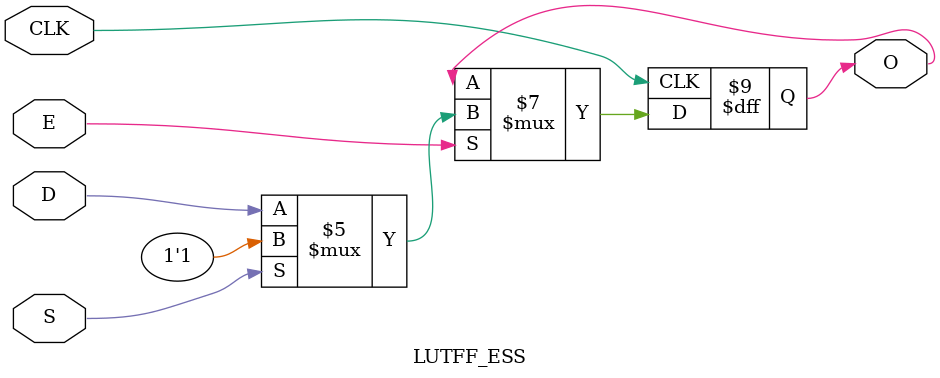
<source format=v>

/*module LUT #(
	parameter K = 4,
	parameter [2**K-1:0] INIT = 0
) (
	input [K-1:0] I,
	output Q
);
	wire [K-1:0] I_pd;

	genvar ii;
	generate
		for (ii = 0; ii < K; ii = ii + 1'b1)
			assign I_pd[ii] = (I[ii] === 1'bz) ? 1'b0 : I[ii];
	endgenerate

	assign Q = INIT[I_pd];
endmodule*/

module LUT1(output O, input I0);
  parameter [1:0] INIT = 0;
  assign O = I0 ? INIT[1] : INIT[0];
endmodule

module LUT2(output O, input I0, I1);
  parameter [3:0] INIT = 0;
  wire [ 1: 0] s1 = I1 ? INIT[ 3: 2] : INIT[ 1: 0];
  assign O = I0 ? s1[1] : s1[0];
endmodule

module LUT3(output O, input I0, I1, I2);
  parameter [7:0] INIT = 0;
  wire [ 3: 0] s2 = I2 ? INIT[ 7: 4] : INIT[ 3: 0];
  wire [ 1: 0] s1 = I1 ?   s2[ 3: 2] :   s2[ 1: 0];
  assign O = I0 ? s1[1] : s1[0];
endmodule

module LUT4(output O, input I0, I1, I2, I3);
  parameter [15:0] INIT = 0;
  wire [ 7: 0] s3 = I3 ? INIT[15: 8] : INIT[ 7: 0];
  wire [ 3: 0] s2 = I2 ?   s3[ 7: 4] :   s3[ 3: 0];
  wire [ 1: 0] s1 = I1 ?   s2[ 3: 2] :   s2[ 1: 0];
  assign O = I0 ? s1[1] : s1[0];
endmodule

module LUTFF(input CLK, D, output reg O);
initial O = 1'b0;
always @ (posedge CLK) begin
	O <= D;
end
endmodule

module FABULOUS_LC #(
	parameter K = 4,
	parameter [2**K-1:0] INIT = 0,
	parameter DFF_ENABLE = 1'b0,
	parameter IOmux = 1'b0,
	parameter SET_NORESET = 1'b0
) (
	input CLK,
	input I0,
	input I1,
	input I2,
	input I3,
	input SR,
	input EN,
	output O,
	output Q,
	input Ci,
	output Co
);
	wire f_wire;
	wire I0_mux;

	assign I0_mux = IOmux ? Ci : I0;

	//LUT #(.K(K), .INIT(INIT)) lut_i(.I(I), .Q(f_wire));
        generate
        if (K == 1) begin
          LUT1 #(.INIT(INIT)) lut1 (.O(f_wire), .I0(I0_mux));
        end else
        if (K == 2) begin
          LUT2 #(.INIT(INIT)) lut2 (.O(f_wire), .I0(I0_mux), .I1(I1));
        end else
        if (K == 3) begin
          LUT3 #(.INIT(INIT)) lut3 (.O(f_wire), .I0(I0_mux), .I1(I2), .I2(I2));
        end else
        if (K == 4) begin
          LUT4 #(.INIT(INIT)) lut4 (.O(f_wire), .I0(I0_mux), .I1(I1), .I2(I2), .I3(I3));
        end
        endgenerate


	assign Co = (Ci & A[1]) | (Ci & A[2]) | (A[1] & A[2]);

	if (SET_NORESET) begin
		LUTFF_ESS dffs_i(.CLK(CLK), .E(EN), .S(SR), .D(f_wire), .O(Q));
	end else begin
		LUTFF_ESR dffr_i(.CLK(CLK), .E(EN), .R(SR), .D(f_wire), .O(Q));
	end

	assign O = f_wire;
endmodule

(* blackbox *)
module Global_Clock (output CLK);
	//initial CLK = 0;
	//always #10 CLK = ~CLK;
endmodule

(* blackbox *)
module InPass4_frame_config (output O0, O1, O2, O3);

endmodule


(* blackbox *)
module OutPass4_frame_config (input I0, I1, I2, I3);

endmodule

(* blackbox *)
module IO_1_bidirectional_frame_config_pass (input T, I, output Q, O);
endmodule


module MULADD (A7, A6, A5, A4, A3, A2, A1, A0, B7, B6, B5, B4, B3, B2, B1, B0, C19, C18, C17, C16, C15, C14, C13, C12, C11, C10, C9, C8, C7, C6, C5, C4, C3, C2, C1, C0, Q19, Q18, Q17, Q16, Q15, Q14, Q13, Q12, Q11, Q10, Q9, Q8, Q7, Q6, Q5, Q4, Q3, Q2, Q1, Q0, clr, CLK);
	parameter ConfigBits = 6'b000000;
	//parameter NoConfigBits = 6;// has to be adjusted manually (we don't use an arithmetic parser for the value)
	// IMPORTANT: this has to be in a dedicated line
	input A7;// operand A
	input A6;
	input A5;
	input A4;
	input A3;
	input A2;
	input A1;
	input A0;
	input B7;// operand B
	input B6;
	input B5;
	input B4;
	input B3;
	input B2;
	input B1;
	input B0;
	input C19;// operand C
	input C18;
	input C17;
	input C16;
	input C15;
	input C14;
	input C13;
	input C12;
	input C11;
	input C10;
	input C9;
	input C8;
	input C7;
	input C6;
	input C5;
	input C4;
	input C3;
	input C2;
	input C1;
	input C0;
	output Q19;// result
	output Q18;
	output Q17;
	output Q16;
	output Q15;
	output Q14;
	output Q13;
	output Q12;
	output Q11;
	output Q10;
	output Q9;
	output Q8;
	output Q7;
	output Q6;
	output Q5;
	output Q4;
	output Q3;
	output Q2;
	output Q1;
	output Q0;

	input clr;
	input CLK; // EXTERNAL // SHARED_PORT // ## the EXTERNAL keyword will send this sisgnal all the way to top and the //SHARED Allows multiple BELs using the same port (e.g. for exporting a clock to the top)
	// GLOBAL all primitive pins that are connected to the switch matrix have to go before the GLOBAL label


	wire [7:0] A;		// port A read data
	wire [7:0] B;		// port B read data
	wire [19:0] C;		// port B read data
	reg [7:0] A_reg;		// port A read data register
	reg [7:0] B_reg;		// port B read data register
	reg [19:0] C_reg;		// port B read data register
	wire [7:0] OPA;		// port A
	wire [7:0] OPB;		// port B
	wire [19:0] OPC;		// port B
	reg [19:0] ACC ;		// accumulator register
	wire [19:0] sum;// port B read data register
	wire [19:0] sum_in;// port B read data register
	wire [15:0] product;
	wire [19:0] product_extended;

	assign A = {A7,A6,A5,A4,A3,A2,A1,A0};
	assign B = {B7,B6,B5,B4,B3,B2,B1,B0};
	assign C = {C19,C18,C17,C16,C15,C14,C13,C12,C11,C10,C9,C8,C7,C6,C5,C4,C3,C2,C1,C0};

	assign OPA = ConfigBits[0] ? A_reg : A;
	assign OPB = ConfigBits[1] ? B_reg : B;
	assign OPC = ConfigBits[2] ? C_reg : C;

	assign sum_in = ConfigBits[3] ? ACC : OPC;// we can

	assign product = OPA * OPB;

// The sign extension was not tested
	assign product_extended = ConfigBits[4] ? {product[15],product[15],product[15],product[15],product} : {4'b0000,product};

	assign sum = product_extended + sum_in;

	assign Q19	= ConfigBits[5] ? ACC[19] : sum[19];
	assign Q18	= ConfigBits[5] ? ACC[18] : sum[18];
	assign Q17	= ConfigBits[5] ? ACC[17] : sum[17];
	assign Q16	= ConfigBits[5] ? ACC[16] : sum[16];
	assign Q15	= ConfigBits[5] ? ACC[15] : sum[15];
	assign Q14	= ConfigBits[5] ? ACC[14] : sum[14];
	assign Q13	= ConfigBits[5] ? ACC[13] : sum[13];
	assign Q12	= ConfigBits[5] ? ACC[12] : sum[12];
	assign Q11	= ConfigBits[5] ? ACC[11] : sum[11];
	assign Q10	= ConfigBits[5] ? ACC[10] : sum[10];
	assign Q9	= ConfigBits[5] ? ACC[9] : sum[9];
	assign Q8	= ConfigBits[5] ? ACC[8] : sum[8];
	assign Q7	= ConfigBits[5] ? ACC[7] : sum[7];
	assign Q6	= ConfigBits[5] ? ACC[6] : sum[6];
	assign Q5	= ConfigBits[5] ? ACC[5] : sum[5];
	assign Q4	= ConfigBits[5] ? ACC[4] : sum[4];
	assign Q3	= ConfigBits[5] ? ACC[3] : sum[3];
	assign Q2	= ConfigBits[5] ? ACC[2] : sum[2];
	assign Q1	= ConfigBits[5] ? ACC[1] : sum[1];
	assign Q0	= ConfigBits[5] ? ACC[0] : sum[0];

	always @ (posedge CLK)
	begin
		A_reg <= A;
		B_reg <= B;
		C_reg <= C;
		if (clr == 1'b1) begin
			ACC <= 20'b00000000000000000000;
		end else begin
			ACC <= sum;
		end
	end

endmodule

module RegFile_32x4 (D0, D1, D2, D3, W_ADR0, W_ADR1, W_ADR2, W_ADR3, W_ADR4, W_en, AD0, AD1, AD2, AD3, A_ADR0, A_ADR1, A_ADR2, A_ADR3, A_ADR4, BD0, BD1, BD2, BD3, B_ADR0, B_ADR1, B_ADR2, B_ADR3, B_ADR4, CLK);
	//parameter NoConfigBits = 2;// has to be adjusted manually (we don't use an arithmetic parser for the value)
	parameter ConfigBits = 2'b00;
	// IMPORTANT: this has to be in a dedicated line
	input D0; // Register File write port
	input D1;
	input D2;
	input D3;
	input W_ADR0;
	input W_ADR1;
	input W_ADR2;
	input W_ADR3;
	input W_ADR4;
	input W_en;

	output AD0;// Register File read port A
	output AD1;
	output AD2;
	output AD3;
	input A_ADR0;
	input A_ADR1;
	input A_ADR2;
	input A_ADR3;
	input A_ADR4;

	output BD0;//Register File read port B
	output BD1;
	output BD2;
	output BD3;
	input B_ADR0;
	input B_ADR1;
	input B_ADR2;
	input B_ADR3;
	input B_ADR4;

	input CLK;// EXTERNAL // SHARED_PORT // ## the EXTERNAL keyword will send this sisgnal all the way to top and the //SHARED Allows multiple BELs using the same port (e.g. for exporting a clock to the top)

	// GLOBAL all primitive pins that are connected to the switch matrix have to go before the GLOBAL label


	//type memtype is array (31 downto 0) of std_logic_vector(3 downto 0); // 32 entries of 4 bit
	//signal mem : memtype := (others => (others => '0'));
	reg [3:0] mem [31:0];

	wire [4:0] W_ADR;// write address
	wire [4:0] A_ADR;// port A read address
	wire [4:0] B_ADR;// port B read address

	wire [3:0] D;		// write data
	wire [3:0] AD;		// port A read data
	wire [3:0] BD;		// port B read data

	reg [3:0] AD_reg;		// port A read data register
	reg [3:0] BD_reg;		// port B read data register

	integer i;

	assign W_ADR = {W_ADR4,W_ADR3,W_ADR2,W_ADR1,W_ADR0};
	assign A_ADR = {A_ADR4,A_ADR3,A_ADR2,A_ADR1,A_ADR0};
	assign B_ADR = {B_ADR4,B_ADR3,B_ADR2,B_ADR1,B_ADR0};

	assign D = {D3,D2,D1,D0};

	initial begin
		for (i=0; i<32; i=i+1) begin
			mem[i] = 4'b0000;
		end
	end

	always @ (posedge CLK) begin : P_write
		if (W_en == 1'b1) begin
			mem[W_ADR] <= D ;
		end
	end

	assign AD = mem[A_ADR];
	assign BD = mem[B_ADR];

	always @ (posedge UserCLK) begin
		AD_reg <= AD;
		BD_reg <= BD;
	end

	assign AD0 = ConfigBits[0] ? AD_reg[0] : AD[0];
	assign AD1 = ConfigBits[0] ? AD_reg[1] : AD[1];
	assign AD2 = ConfigBits[0] ? AD_reg[2] : AD[2];
	assign AD3 = ConfigBits[0] ? AD_reg[3] : AD[3];

	assign BD0 = ConfigBits[1] ? BD_reg[0] : BD[0];
	assign BD1 = ConfigBits[1] ? BD_reg[1] : BD[1];
	assign BD2 = ConfigBits[1] ? BD_reg[2] : BD[2];
	assign BD3 = ConfigBits[1] ? BD_reg[3] : BD[3];

endmodule

module LUTFF_E (
	output reg O,
	input CLK, E, D
);
	initial O = 1'b0;
	always @(posedge CLK)
		if (E)
			O <= D;
endmodule

module LUTFF_SR (
	output reg O,
	input CLK, R, D
);
	initial O = 1'b0;
	always @(posedge CLK)
		if (R)
			O <= 0;
		else
			O <= D;
endmodule

module LUTFF_SS (
	output reg O,
	input CLK, S, D
);
	initial O = 1'b0;
	always @(posedge CLK)
		if (S)
			O <= 1;
		else
			O <= D;
endmodule

module LUTFF_ESR (
	output reg O,
	input CLK, E, R, D
);
	initial O = 1'b0;
	always @(posedge CLK)
		if (E) begin
			if (R)
				O <= 0;
			else
				O <= D;
		end
endmodule

module LUTFF_ESS (
	output reg O,
	input CLK, E, S, D
);
	initial O = 1'b0;
	always @(posedge CLK)
		if (E) begin
			if (S)
				O <= 1;
			else
				O <= D;
		end
endmodule

/* module LUTFF_R (
	output Q,
	input C, R, D
);
	always @(posedge CLK, posedge R)
		if (R)
			Q <= 0;
		else
			Q <= D;
endmodule */



/* module LUTFF_S (
	output Q,
	input C, S, D
);
	always @(posedge CLK, posedge S)
		if (S)
			Q <= 1;
		else
			Q <= D;
endmodule */



/* module LUTFF_ER (
	output Q,
	input C, E, R, D
);
	always @(posedge CLK, posedge R)
		if (R)
			Q <= 0;
		else if (E)
			Q <= D;
endmodule */



/* module LUTFF_ES (
	output Q,
	input C, E, S, D
);
	always @(posedge CLK, posedge S)
		if (S)
			Q <= 1;
		else if (E)
			Q <= D;
endmodule */

/* module LUTFFN (
	output Q,
	input C, D
);
	always @(negedge C)
		Q <= D;
endmodule

module LUTFFNE (
	output Q,
	input C, E, D
);
	always @(negedge C)
		if (E)
			Q <= D;
endmodule

module LUTFFNSR (
	output Q,
	input C, R, D
);
	always @(negedge C)
		if (R)
			Q <= 0;
		else
			Q <= D;
endmodule

module LUTFFNR (
	output Q,
	input C, R, D
);
	always @(negedge C, posedge R)
		if (R)
			Q <= 0;
		else
			Q <= D;
endmodule

module LUTFFNSS (
	output Q,
	input C, S, D
);
	always @(negedge C)
		if (S)
			Q <= 1;
		else
			Q <= D;
endmodule

module LUTFFNS (
	output Q,
	input C, S, D
);
	always @(negedge C, posedge S)
		if (S)
			Q <= 1;
		else
			Q <= D;
endmodule

module LUTFFNESR (
	output Q,
	input C, E, R, D
);
	always @(negedge C)
		if (E) begin
			if (R)
				Q <= 0;
			else
				Q <= D;
		end
endmodule

module LUTFFNER (
	output Q,
	input C, E, R, D
);
	always @(negedge C, posedge R)
		if (R)
			Q <= 0;
		else if (E)
			Q <= D;
endmodule

module LUTFFNESS (
	output Q,
	input C, E, S, D
);
	always @(negedge C)
		if (E) begin
			if (S)
				Q <= 1;
			else
				Q <= D;
		end
endmodule

module LUTFFNES (
	output Q,
	input C, E, S, D
);
	always @(negedge C, posedge S)
		if (S)
			Q <= 1;
		else if (E)
			Q <= D;
endmodule */

</source>
